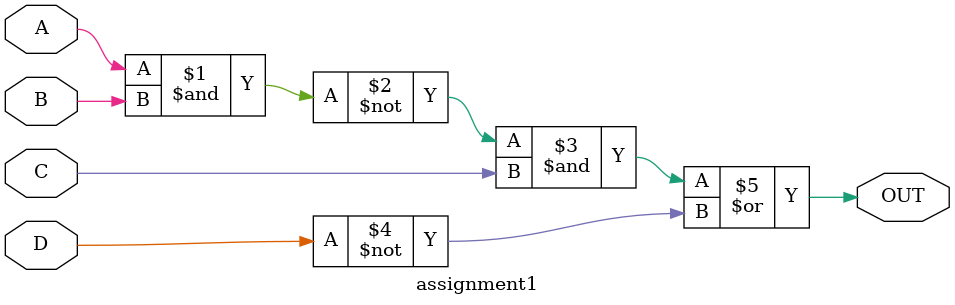
<source format=v>
module assignment1 (
	input A, B, C, D,
	output OUT
);
	assign OUT = ~(A & B) & C | ~D;
endmodule

</source>
